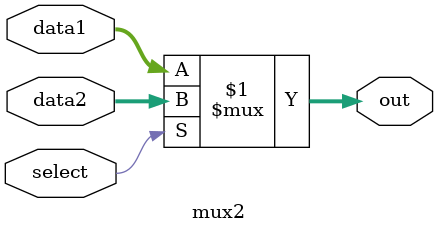
<source format=v>
`ifndef _MUX_2
`define _MUX_2

module mux2 #(parameter WIDTH = 32) (
    input  [WIDTH-1 : 0] data1,
    input  [WIDTH-1 : 0] data2,
    input                select,
    output [WIDTH-1 : 0] out
    );

    assign out = select ? data2 : data1;

endmodule // mux2

//
// module mux2_tb;
//
//     reg [31 : 0] data1 = 32'hdeadbeef;
//     reg [31 : 0] data2 = 32'hbeefdead;
//     reg select         = 1'b0;
//     wire [31 : 0] out;
//
//     mux2 m2(data1, data2, select, out);
//
//     initial begin
//         $monitor("data1: %h data2: %h select: %b out: %h", data1, data2, select, out);
//         # 10 select = 1'b1;
//         # 10 $finish;
//     end
//
// endmodule

`endif

</source>
